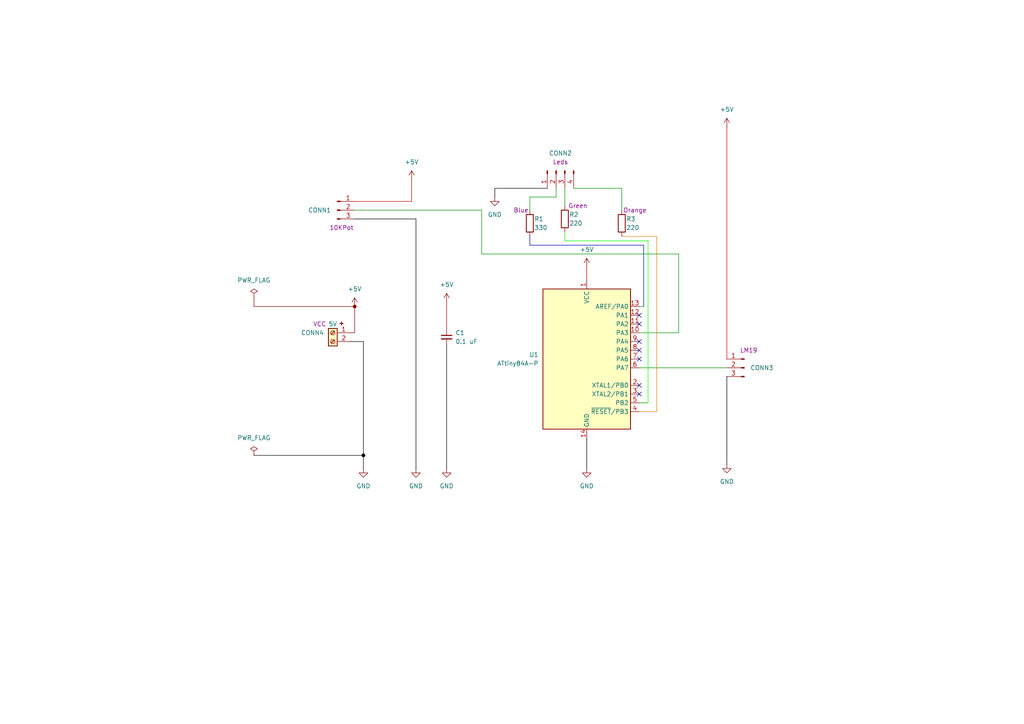
<source format=kicad_sch>
(kicad_sch (version 20250114) (generator "eeschema") (generator_version "9.0")
  (paper "A4")
  (title_block (title "Temp Controller - ATTiny Carrier"))
  (lib_symbols
    (symbol "Connector:Conn_01x03_Pin" (pin_names (offset 1.016) (hide yes))
      (property "Reference" "J" (at 0 5.08 0))
      (property "Value" "Conn_01x03_Pin" (at 0 -5.08 0))
      (symbol "Conn_01x03_Pin_1_1"
        (rectangle (start 0.8636 2.667) (end 0 2.413) (stroke (width 0.1524)) (fill (type outline)))
        (rectangle (start 0.8636 0.127) (end 0 -0.127) (stroke (width 0.1524)) (fill (type outline)))
        (rectangle (start 0.8636 -2.413) (end 0 -2.667) (stroke (width 0.1524)) (fill (type outline)))
        (polyline (pts (xy 1.27 2.54) (xy 0.8636 2.54)) (stroke (width 0.1524)))
        (polyline (pts (xy 1.27 0) (xy 0.8636 0)) (stroke (width 0.1524)))
        (polyline (pts (xy 1.27 -2.54) (xy 0.8636 -2.54)) (stroke (width 0.1524)))
        (pin passive line (at 5.08 2.54 180) (length 3.81) (name "Pin_1") (number "1"))
        (pin passive line (at 5.08 0 180) (length 3.81) (name "Pin_2") (number "2"))
        (pin passive line (at 5.08 -2.54 180) (length 3.81) (name "Pin_3") (number "3"))
      )
    )
    (symbol "Connector:Conn_01x04_Pin" (pin_names (offset 1.016) (hide yes))
      (property "Reference" "J" (at 0 5.08 0))
      (property "Value" "Conn_01x04_Pin" (at 0 -7.62 0))
      (symbol "Conn_01x04_Pin_1_1"
        (rectangle (start 0.8636 2.667) (end 0 2.413) (stroke (width 0.1524)) (fill (type outline)))
        (rectangle (start 0.8636 0.127) (end 0 -0.127) (stroke (width 0.1524)) (fill (type outline)))
        (rectangle (start 0.8636 -2.413) (end 0 -2.667) (stroke (width 0.1524)) (fill (type outline)))
        (rectangle (start 0.8636 -4.953) (end 0 -5.207) (stroke (width 0.1524)) (fill (type outline)))
        (polyline (pts (xy 1.27 2.54) (xy 0.8636 2.54)) (stroke (width 0.1524)))
        (polyline (pts (xy 1.27 0) (xy 0.8636 0)) (stroke (width 0.1524)))
        (polyline (pts (xy 1.27 -2.54) (xy 0.8636 -2.54)) (stroke (width 0.1524)))
        (polyline (pts (xy 1.27 -5.08) (xy 0.8636 -5.08)) (stroke (width 0.1524)))
        (pin passive line (at 5.08 2.54 180) (length 3.81) (name "Pin_1") (number "1"))
        (pin passive line (at 5.08 0 180) (length 3.81) (name "Pin_2") (number "2"))
        (pin passive line (at 5.08 -2.54 180) (length 3.81) (name "Pin_3") (number "3"))
        (pin passive line (at 5.08 -5.08 180) (length 3.81) (name "Pin_4") (number "4"))
      )
    )
    (symbol "Connector:Screw_Terminal_01x02" (pin_names (offset 1.016) (hide yes))
      (property "Reference" "J" (at 0 2.54 0))
      (property "Value" "Screw_Terminal_01x02" (at 0 -5.08 0))
      (symbol "Screw_Terminal_01x02_1_1"
        (rectangle (start -1.27 1.27) (end 1.27 -3.81) (stroke (width 0.254)) (fill (type background)))
        (polyline (pts (xy -0.5334 0.3302) (xy 0.3302 -0.508)) (stroke (width 0.1524)))
        (polyline (pts (xy -0.5334 -2.2098) (xy 0.3302 -3.048)) (stroke (width 0.1524)))
        (polyline (pts (xy -0.3556 0.508) (xy 0.508 -0.3302)) (stroke (width 0.1524)))
        (polyline (pts (xy -0.3556 -2.032) (xy 0.508 -2.8702)) (stroke (width 0.1524)))
        (circle (center 0 0) (radius 0.635) (stroke (width 0.1524)))
        (circle (center 0 -2.54) (radius 0.635) (stroke (width 0.1524)))
        (pin passive line (at -5.08 0 0) (length 3.81) (name "Pin_1") (number "1"))
        (pin passive line (at -5.08 -2.54 0) (length 3.81) (name "Pin_2") (number "2"))
      )
    )
    (symbol "Device:C_Small" (pin_numbers (hide yes)) (pin_names (offset 0.254) (hide yes))
      (property "Reference" "C" (at 0.254 1.778 0))
      (property "Value" "C_Small" (at 0.254 -2.032 0))
      (symbol "C_Small_0_1"
        (polyline (pts (xy -1.524 0.508) (xy 1.524 0.508)) (stroke (width 0.3048)))
        (polyline (pts (xy -1.524 -0.508) (xy 1.524 -0.508)) (stroke (width 0.3302)))
      )
      (symbol "C_Small_1_1"
        (pin passive line (at 0 2.54 270) (length 2.032) (name "~") (number "1"))
        (pin passive line (at 0 -2.54 90) (length 2.032) (name "~") (number "2"))
      )
    )
    (symbol "Device:R" (pin_numbers (hide yes)) (pin_names (offset 0))
      (property "Reference" "R" (at 2.032 0 90))
      (property "Value" "R" (at 0 0 90))
      (symbol "R_0_1"
        (rectangle (start -1.016 -2.54) (end 1.016 2.54) (stroke (width 0.254)))
      )
      (symbol "R_1_1"
        (pin passive line (at 0 3.81 270) (length 1.27) (name "~") (number "1"))
        (pin passive line (at 0 -3.81 90) (length 1.27) (name "~") (number "2"))
      )
    )
    (symbol "MCU_Microchip_ATtiny:ATtiny84A-P"
      (property "Reference" "U" (at -12.7 21.59 0))
      (property "Value" "ATtiny84A-P" (at 2.54 -21.59 0))
      (symbol "ATtiny84A-P_0_1"
        (rectangle (start -12.7 -20.32) (end 12.7 20.32) (stroke (width 0.254)) (fill (type background)))
      )
      (symbol "ATtiny84A-P_1_1"
        (pin power_in line (at 0 22.86 270) (length 2.54) (name "VCC") (number "1"))
        (pin power_in line (at 0 -22.86 90) (length 2.54) (name "GND") (number "14"))
        (pin bidirectional line (at 15.24 15.24 180) (length 2.54) (name "AREF/PA0") (number "13"))
        (pin bidirectional line (at 15.24 12.7 180) (length 2.54) (name "PA1") (number "12"))
        (pin bidirectional line (at 15.24 10.16 180) (length 2.54) (name "PA2") (number "11"))
        (pin bidirectional line (at 15.24 7.62 180) (length 2.54) (name "PA3") (number "10"))
        (pin bidirectional line (at 15.24 5.08 180) (length 2.54) (name "PA4") (number "9"))
        (pin bidirectional line (at 15.24 2.54 180) (length 2.54) (name "PA5") (number "8"))
        (pin bidirectional line (at 15.24 0 180) (length 2.54) (name "PA6") (number "7"))
        (pin bidirectional line (at 15.24 -2.54 180) (length 2.54) (name "PA7") (number "6"))
        (pin bidirectional line (at 15.24 -7.62 180) (length 2.54) (name "XTAL1/PB0") (number "2"))
        (pin bidirectional line (at 15.24 -10.16 180) (length 2.54) (name "XTAL2/PB1") (number "3"))
        (pin bidirectional line (at 15.24 -12.7 180) (length 2.54) (name "PB2") (number "5"))
        (pin bidirectional line (at 15.24 -15.24 180) (length 2.54) (name "~{RESET}/PB3") (number "4"))
      )
    )
    (symbol "power:+5V" (power) (pin_numbers (hide yes)) (pin_names (offset 0) (hide yes))
      (property "Value" "+5V" (at 0 3.556 0))
      (symbol "+5V_0_1"
        (polyline (pts (xy -0.762 1.27) (xy 0 2.54)))
        (polyline (pts (xy 0 2.54) (xy 0.762 1.27)))
        (polyline (pts (xy 0 0) (xy 0 2.54)))
      )
      (symbol "+5V_1_1"
        (pin power_in line (at 0 0 90) (length 0) (name "~") (number "1"))
      )
    )
    (symbol "power:GND" (power) (pin_numbers (hide yes)) (pin_names (offset 0) (hide yes))
      (property "Value" "GND" (at 0 -3.81 0))
      (symbol "GND_0_1"
        (polyline (pts (xy 0 0) (xy 0 -1.27) (xy 1.27 -1.27) (xy 0 -2.54) (xy -1.27 -1.27) (xy 0 -1.27)))
      )
      (symbol "GND_1_1"
        (pin power_in line (at 0 0 270) (length 0) (name "~") (number "1"))
      )
    )
    (symbol "power:PWR_FLAG" (power) (pin_numbers (hide yes)) (pin_names (offset 0) (hide yes))
      (property "Value" "PWR_FLAG" (at 0 3.81 0))
      (symbol "PWR_FLAG_0_0"
        (pin power_out line (at 0 0 90) (length 0) (name "~") (number "1"))
      )
      (symbol "PWR_FLAG_0_1"
        (polyline (pts (xy 0 0) (xy 0 1.27) (xy -1.016 1.905) (xy 0 2.54) (xy 1.016 1.905) (xy 0 1.27)))
      )
    )
  )
  (text "+" (at 99.06 93.98 0) (effects (font (size 1.27 1.27) (thickness 0.254) (bold yes))))
  (junction (at 105.41 132.08) (color 0 0 0 1))
  (junction (at 102.87 88.9) (color 132 0 0 1))
  (no_connect (at 185.42 111.76))
  (no_connect (at 185.42 91.44))
  (no_connect (at 185.42 93.98))
  (no_connect (at 185.42 99.06))
  (no_connect (at 185.42 101.6))
  (no_connect (at 185.42 114.3))
  (no_connect (at 185.42 104.14))
  (wire (pts (xy 129.54 135.89) (xy 129.54 100.33)) (stroke (width 0) (color 0 0 0 1)))
  (wire (pts (xy 185.42 119.38) (xy 190.5 119.38)) (stroke (width 0) (color 221 133 0 1)))
  (wire (pts (xy 73.66 88.9) (xy 102.87 88.9)) (stroke (width 0) (color 132 0 0 1)))
  (wire (pts (xy 163.83 54.61) (xy 163.83 59.69)))
  (wire (pts (xy 196.85 96.52) (xy 185.42 96.52)))
  (wire (pts (xy 185.42 106.68) (xy 210.82 106.68)))
  (wire (pts (xy 170.18 77.47) (xy 170.18 81.28)) (stroke (width 0) (color 194 0 0 1)))
  (wire (pts (xy 158.75 54.61) (xy 143.51 54.61)) (stroke (width 0) (color 0 0 0 1)))
  (wire (pts (xy 180.34 60.96) (xy 180.34 54.61)))
  (wire (pts (xy 163.83 69.85) (xy 163.83 67.31)) (stroke (width 0) (color 0 255 0 1)))
  (wire (pts (xy 186.69 71.12) (xy 153.67 71.12)) (stroke (width 0) (color 0 0 194 1)))
  (wire (pts (xy 102.87 88.9) (xy 102.87 96.52)) (stroke (width 0) (color 132 0 0 1)))
  (wire (pts (xy 102.87 60.96) (xy 139.7 60.96)))
  (wire (pts (xy 105.41 99.06) (xy 101.6 99.06)) (stroke (width 0) (color 0 0 0 1)))
  (wire (pts (xy 185.42 116.84) (xy 187.96 116.84)))
  (wire (pts (xy 161.29 57.15) (xy 161.29 54.61)))
  (wire (pts (xy 190.5 68.58) (xy 180.34 68.58)) (stroke (width 0) (color 221 133 0 1)))
  (wire (pts (xy 185.42 88.9) (xy 186.69 88.9)))
  (wire (pts (xy 153.67 71.12) (xy 153.67 68.58)) (stroke (width 0) (color 0 0 194 1)))
  (wire (pts (xy 153.67 57.15) (xy 161.29 57.15)))
  (wire (pts (xy 105.41 99.06) (xy 105.41 132.08)) (stroke (width 0) (color 0 0 0 1)))
  (wire (pts (xy 196.85 73.66) (xy 196.85 96.52)))
  (wire (pts (xy 73.66 132.08) (xy 105.41 132.08)) (stroke (width 0) (color 0 0 0 1)))
  (wire (pts (xy 210.82 36.83) (xy 210.82 104.14)) (stroke (width 0) (color 194 0 0 1)))
  (wire (pts (xy 190.5 119.38) (xy 190.5 68.58)) (stroke (width 0) (color 221 133 0 1)))
  (wire (pts (xy 143.51 54.61) (xy 143.51 57.15)) (stroke (width 0) (color 0 0 0 1)))
  (wire (pts (xy 139.7 60.96) (xy 139.7 73.66)))
  (wire (pts (xy 73.66 86.36) (xy 73.66 88.9)) (stroke (width 0) (color 132 0 0 1)))
  (wire (pts (xy 187.96 116.84) (xy 187.96 69.85)) (stroke (width 0) (color 0 255 0 1)))
  (wire (pts (xy 119.38 58.42) (xy 119.38 52.07)) (stroke (width 0) (color 194 0 0 1)))
  (wire (pts (xy 102.87 58.42) (xy 119.38 58.42)) (stroke (width 0) (color 194 0 0 1)))
  (wire (pts (xy 153.67 57.15) (xy 153.67 60.96)))
  (wire (pts (xy 120.65 63.5) (xy 120.65 135.89)) (stroke (width 0) (color 0 0 0 1)))
  (wire (pts (xy 105.41 132.08) (xy 105.41 135.89)) (stroke (width 0) (color 0 0 0 1)))
  (wire (pts (xy 139.7 73.66) (xy 196.85 73.66)))
  (wire (pts (xy 102.87 63.5) (xy 120.65 63.5)) (stroke (width 0) (color 0 0 0 1)))
  (wire (pts (xy 102.87 96.52) (xy 101.6 96.52)) (stroke (width 0) (color 132 0 0 1)))
  (wire (pts (xy 129.54 87.63) (xy 129.54 95.25)) (stroke (width 0) (color 194 0 0 1)))
  (wire (pts (xy 187.96 69.85) (xy 163.83 69.85)) (stroke (width 0) (color 0 255 0 1)))
  (wire (pts (xy 170.18 127) (xy 170.18 135.89)) (stroke (width 0) (color 0 0 0 1)))
  (wire (pts (xy 210.82 109.22) (xy 210.82 134.62)) (stroke (width 0) (color 0 0 0 1)))
  (wire (pts (xy 186.69 88.9) (xy 186.69 71.12)) (stroke (width 0) (color 0 0 194 1)))
  (wire (pts (xy 180.34 54.61) (xy 166.37 54.61)))
  (symbol (lib_id "power:GND") (at 210.82 134.62 0) (unit 1)
    (property "Reference" "#PWR02" (effects (hide yes)))
    (property "Value" "GND" (at 210.82 139.7 0))
    (property "Description" "Power symbol creates a global label with name \"GND\" , ground" (effects (hide yes)))
  )
  (symbol (lib_id "power:+5V") (at 170.18 77.47 0) (unit 1)
    (property "Reference" "#PWR012" (effects (hide yes)))
    (property "Value" "+5V" (at 170.18 72.39 0))
    (property "Description" "Power symbol creates a global label with name \"+5V\"" (effects (hide yes)))
  )
  (symbol (lib_id "power:+5V") (at 119.38 52.07 0) (unit 1)
    (property "Reference" "#PWR09" (effects (hide yes)))
    (property "Value" "+5V" (at 119.38 46.99 0))
    (property "Description" "Power symbol creates a global label with name \"+5V\"" (effects (hide yes)))
  )
  (symbol (lib_id "power:GND") (at 105.41 135.89 0) (unit 1)
    (property "Reference" "#PWR06" (effects (hide yes)))
    (property "Value" "GND" (at 105.41 140.97 0))
    (property "Description" "Power symbol creates a global label with name \"GND\" , ground" (effects (hide yes)))
  )
  (symbol (lib_id "Device:R") (at 163.83 63.5 0) (unit 1)
    (property "Reference" "R2" (at 165.1 62.23 0) (effects (justify left)))
    (property "Value" "220" (at 165.1 64.77 0) (effects (justify left)))
    (property "Footprint" "Resistor_THT:R_Axial_DIN0207_L6.3mm_D2.5mm_P10.16mm_Horizontal" (effects (hide yes)))
    (property "Description" "Green" (at 167.64 59.69 0))
  )
  (symbol (lib_id "power:GND") (at 170.18 135.89 0) (unit 1)
    (property "Reference" "#PWR01" (effects (hide yes)))
    (property "Value" "GND" (at 170.18 140.97 0))
    (property "Description" "Power symbol creates a global label with name \"GND\" , ground" (effects (hide yes)))
  )
  (symbol (lib_id "power:GND") (at 129.54 135.89 0) (unit 1)
    (property "Reference" "#PWR03" (effects (hide yes)))
    (property "Value" "GND" (at 129.54 140.97 0))
    (property "Description" "Power symbol creates a global label with name \"GND\" , ground" (effects (hide yes)))
  )
  (symbol (lib_id "Device:C_Small") (at 129.54 97.79 0) (unit 1)
    (property "Reference" "C1" (at 132.08 96.5262 0) (effects (justify left)))
    (property "Value" "0.1 uF" (at 132.08 99.0662 0) (effects (justify left)))
    (property "Footprint" "Capacitor_THT:C_Disc_D3.0mm_W2.0mm_P2.50mm" (effects (hide yes)))
    (property "Description" "Unpolarized capacitor, small symbol" (effects (hide yes)))
  )
  (symbol (lib_id "Device:R") (at 153.67 64.77 0) (unit 1)
    (property "Reference" "R1" (at 154.94 63.5 0) (effects (justify left)))
    (property "Value" "330" (at 154.94 66.04 0) (effects (justify left)))
    (property "Footprint" "Resistor_THT:R_Axial_DIN0207_L6.3mm_D2.5mm_P10.16mm_Horizontal" (effects (hide yes)))
    (property "Description" "Blue" (at 151.13 60.96 0))
  )
  (symbol (lib_id "Connector:Screw_Terminal_01x02") (at 96.52 96.52 0) (mirror y) (unit 1)
    (property "Reference" "CONN4" (at 93.98 96.5199 0) (effects (justify left)))
    (property "Value" "5V" (at 97.79 93.98 0) (effects (justify left)))
    (property "Footprint" "TerminalBlock_Phoenix:TerminalBlock_Phoenix_MKDS-1,5-2-5.08_1x02_P5.08mm_Horizontal" (effects (hide yes)))
    (property "Description" "VCC" (at 92.71 93.98 0))
  )
  (symbol (lib_id "power:PWR_FLAG") (at 73.66 86.36 0) (unit 1)
    (property "Reference" "#FLG01" (effects (hide yes)))
    (property "Value" "PWR_FLAG" (at 73.66 81.28 0))
    (property "Description" "Special symbol for telling ERC where power comes from" (effects (hide yes)))
  )
  (symbol (lib_id "Connector:Conn_01x03_Pin") (at 97.79 60.96 0) (unit 1)
    (property "Reference" "CONN1" (at 92.71 60.96 0))
    (property "Value" "Conn_01x03_Pin" (effects (hide yes)))
    (property "Footprint" "Connector_PinHeader_2.54mm:PinHeader_1x03_P2.54mm_Vertical" (effects (hide yes)))
    (property "Description" "10KPot" (at 99.06 66.04 0))
  )
  (symbol (lib_id "power:GND") (at 120.65 135.89 0) (unit 1)
    (property "Reference" "#PWR05" (effects (hide yes)))
    (property "Value" "GND" (at 120.65 140.97 0))
    (property "Description" "Power symbol creates a global label with name \"GND\" , ground" (effects (hide yes)))
  )
  (symbol (lib_id "Device:R") (at 180.34 64.77 0) (unit 1)
    (property "Reference" "R3" (at 181.61 63.5 0) (effects (justify left)))
    (property "Value" "220" (at 181.61 66.04 0) (effects (justify left)))
    (property "Footprint" "Resistor_THT:R_Axial_DIN0207_L6.3mm_D2.5mm_P10.16mm_Horizontal" (effects (hide yes)))
    (property "Description" "Orange" (at 184.15 60.96 0))
  )
  (symbol (lib_id "power:GND") (at 143.51 57.15 0) (unit 1)
    (property "Reference" "#PWR04" (effects (hide yes)))
    (property "Value" "GND" (at 143.51 62.23 0))
    (property "Description" "Power symbol creates a global label with name \"GND\" , ground" (effects (hide yes)))
  )
  (symbol (lib_id "power:+5V") (at 102.87 88.9 0) (unit 1)
    (property "Reference" "#PWR07" (effects (hide yes)))
    (property "Value" "+5V" (at 102.87 83.82 0))
    (property "Description" "Power symbol creates a global label with name \"+5V\"" (effects (hide yes)))
  )
  (symbol (lib_id "power:+5V") (at 210.82 36.83 0) (unit 1)
    (property "Reference" "#PWR013" (effects (hide yes)))
    (property "Value" "+5V" (at 210.82 31.75 0))
    (property "Description" "Power symbol creates a global label with name \"+5V\"" (effects (hide yes)))
  )
  (symbol (lib_id "MCU_Microchip_ATtiny:ATtiny84A-P") (at 170.18 104.14 0) (unit 1)
    (property "Reference" "U1" (at 156.21 102.8699 0) (effects (justify right)))
    (property "Value" "ATtiny84A-P" (at 156.21 105.4099 0) (effects (justify right)))
    (property "Footprint" "Package_DIP:DIP-14_W7.62mm" (effects (hide yes)))
    (property "Datasheet" "http://ww1.microchip.com/downloads/en/DeviceDoc/doc8183.pdf" (effects (hide yes)))
    (property "Description" "20MHz, 8kB Flash, 512B SRAM, 512B EEPROM, debugWIRE, DIP-14" (effects (hide yes)))
  )
  (symbol (lib_id "power:+5V") (at 129.54 87.63 0) (unit 1)
    (property "Reference" "#PWR010" (effects (hide yes)))
    (property "Value" "+5V" (at 129.54 82.55 0))
    (property "Description" "Power symbol creates a global label with name \"+5V\"" (effects (hide yes)))
  )
  (symbol (lib_id "Connector:Conn_01x04_Pin") (at 161.29 49.53 90) (mirror x) (unit 1)
    (property "Reference" "CONN2" (at 162.56 44.45 90))
    (property "Value" "Conn_01x04_Pin" (effects (hide yes)))
    (property "Footprint" "Connector_PinHeader_2.54mm:PinHeader_1x04_P2.54mm_Vertical" (effects (hide yes)))
    (property "Description" "Leds" (at 162.56 46.99 90))
  )
  (symbol (lib_id "Connector:Conn_01x03_Pin") (at 215.9 106.68 0) (mirror y) (unit 1)
    (property "Reference" "CONN3" (at 220.98 106.68 0))
    (property "Value" "Conn_01x03_Pin" (effects (hide yes)))
    (property "Footprint" "Connector_PinHeader_2.54mm:PinHeader_1x03_P2.54mm_Vertical" (effects (hide yes)))
    (property "Description" "LM19" (at 217.17 101.6 0))
  )
  (symbol (lib_id "power:PWR_FLAG") (at 73.66 132.08 0) (unit 1)
    (property "Reference" "#FLG02" (effects (hide yes)))
    (property "Value" "PWR_FLAG" (at 73.66 127 0))
    (property "Description" "Special symbol for telling ERC where power comes from" (effects (hide yes)))
  )
)
</source>
